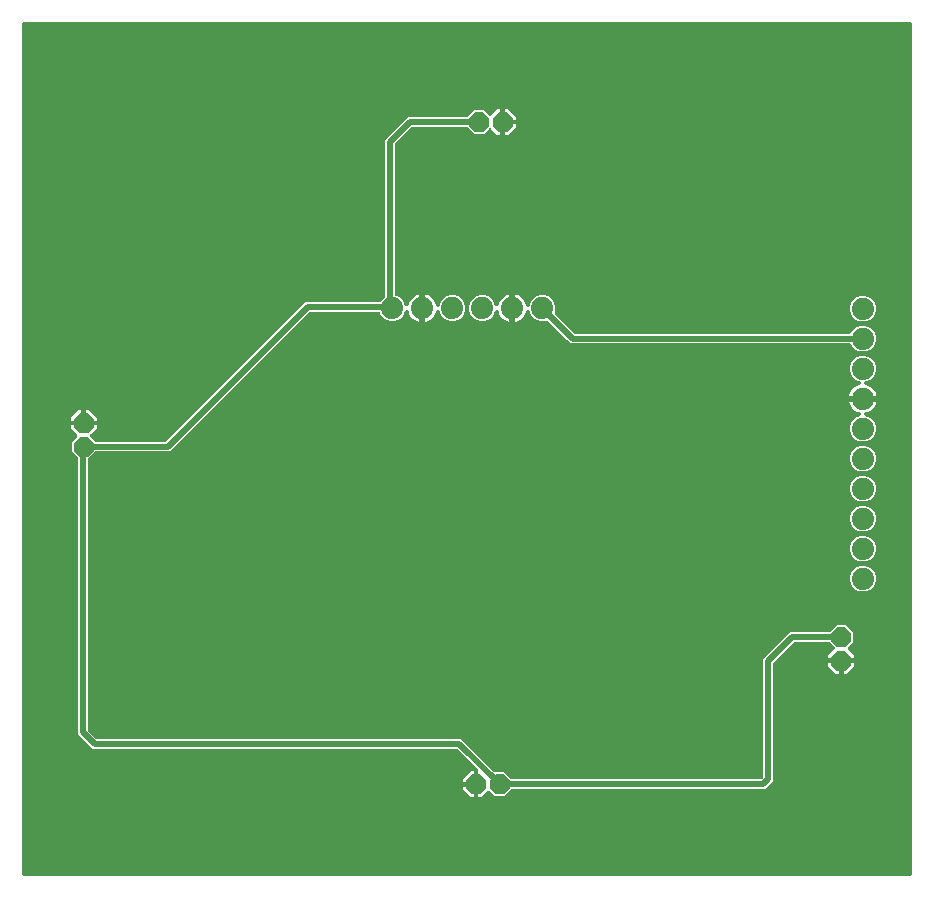
<source format=gbr>
G04 EAGLE Gerber RS-274X export*
G75*
%MOMM*%
%FSLAX34Y34*%
%LPD*%
%INBottom Copper*%
%IPPOS*%
%AMOC8*
5,1,8,0,0,1.08239X$1,22.5*%
G01*
%ADD10C,1.879600*%
%ADD11P,1.814519X8X22.500000*%
%ADD12P,1.814519X8X202.500000*%
%ADD13P,1.814519X8X112.500000*%
%ADD14P,1.814519X8X292.500000*%
%ADD15C,0.508000*%
%ADD16C,0.304800*%

G36*
X860026Y98480D02*
X860026Y98480D01*
X860052Y98478D01*
X860199Y98500D01*
X860346Y98517D01*
X860371Y98525D01*
X860397Y98529D01*
X860535Y98584D01*
X860674Y98634D01*
X860696Y98648D01*
X860721Y98658D01*
X860842Y98743D01*
X860967Y98823D01*
X860985Y98842D01*
X861007Y98857D01*
X861106Y98967D01*
X861209Y99074D01*
X861223Y99096D01*
X861240Y99116D01*
X861312Y99246D01*
X861388Y99373D01*
X861396Y99398D01*
X861409Y99421D01*
X861449Y99564D01*
X861494Y99705D01*
X861496Y99731D01*
X861504Y99756D01*
X861523Y100000D01*
X861523Y820000D01*
X861520Y820026D01*
X861522Y820052D01*
X861500Y820199D01*
X861483Y820346D01*
X861475Y820371D01*
X861471Y820397D01*
X861416Y820535D01*
X861366Y820674D01*
X861352Y820696D01*
X861342Y820721D01*
X861257Y820842D01*
X861177Y820967D01*
X861158Y820985D01*
X861143Y821007D01*
X861033Y821106D01*
X860926Y821209D01*
X860904Y821223D01*
X860884Y821240D01*
X860754Y821312D01*
X860627Y821388D01*
X860602Y821396D01*
X860579Y821409D01*
X860436Y821449D01*
X860295Y821494D01*
X860269Y821496D01*
X860244Y821504D01*
X860000Y821523D01*
X110000Y821523D01*
X109974Y821520D01*
X109948Y821522D01*
X109801Y821500D01*
X109654Y821483D01*
X109629Y821475D01*
X109603Y821471D01*
X109465Y821416D01*
X109326Y821366D01*
X109304Y821352D01*
X109279Y821342D01*
X109158Y821257D01*
X109033Y821177D01*
X109015Y821158D01*
X108993Y821143D01*
X108894Y821033D01*
X108791Y820926D01*
X108777Y820904D01*
X108760Y820884D01*
X108688Y820754D01*
X108612Y820627D01*
X108604Y820602D01*
X108591Y820579D01*
X108551Y820436D01*
X108506Y820295D01*
X108504Y820269D01*
X108496Y820244D01*
X108477Y820000D01*
X108477Y100000D01*
X108480Y99974D01*
X108478Y99948D01*
X108500Y99801D01*
X108517Y99654D01*
X108525Y99629D01*
X108529Y99603D01*
X108584Y99465D01*
X108634Y99326D01*
X108648Y99304D01*
X108658Y99279D01*
X108743Y99158D01*
X108823Y99033D01*
X108842Y99015D01*
X108857Y98993D01*
X108967Y98894D01*
X109074Y98791D01*
X109096Y98777D01*
X109116Y98760D01*
X109246Y98688D01*
X109373Y98612D01*
X109398Y98604D01*
X109421Y98591D01*
X109564Y98551D01*
X109705Y98506D01*
X109731Y98504D01*
X109756Y98496D01*
X110000Y98477D01*
X860000Y98477D01*
X860026Y98480D01*
G37*
%LPC*%
G36*
X494631Y164977D02*
X494631Y164977D01*
X494631Y175392D01*
X494628Y175418D01*
X494630Y175444D01*
X494608Y175591D01*
X494591Y175738D01*
X494583Y175763D01*
X494579Y175789D01*
X494536Y175896D01*
X494557Y175972D01*
X494602Y176113D01*
X494604Y176139D01*
X494612Y176164D01*
X494631Y176408D01*
X494631Y187489D01*
X494617Y187615D01*
X494610Y187741D01*
X494597Y187788D01*
X494591Y187836D01*
X494549Y187955D01*
X494514Y188076D01*
X494490Y188118D01*
X494474Y188164D01*
X494405Y188270D01*
X494344Y188380D01*
X494304Y188426D01*
X494285Y188456D01*
X494250Y188490D01*
X494185Y188566D01*
X477262Y205489D01*
X477163Y205568D01*
X477070Y205652D01*
X477027Y205676D01*
X476989Y205706D01*
X476875Y205760D01*
X476765Y205821D01*
X476718Y205834D01*
X476674Y205855D01*
X476551Y205881D01*
X476429Y205916D01*
X476368Y205921D01*
X476334Y205928D01*
X476286Y205927D01*
X476185Y205935D01*
X168316Y205935D01*
X155935Y218316D01*
X155935Y451724D01*
X155921Y451849D01*
X155914Y451975D01*
X155901Y452022D01*
X155895Y452070D01*
X155853Y452189D01*
X155818Y452310D01*
X155794Y452352D01*
X155778Y452398D01*
X155709Y452504D01*
X155648Y452614D01*
X155608Y452661D01*
X155589Y452691D01*
X155554Y452724D01*
X155489Y452801D01*
X150593Y457696D01*
X150593Y465904D01*
X154694Y470004D01*
X154711Y470025D01*
X154731Y470042D01*
X154819Y470162D01*
X154911Y470277D01*
X154922Y470301D01*
X154938Y470322D01*
X154996Y470459D01*
X155060Y470593D01*
X155065Y470618D01*
X155076Y470642D01*
X155102Y470788D01*
X155133Y470933D01*
X155133Y470959D01*
X155137Y470985D01*
X155130Y471134D01*
X155127Y471282D01*
X155121Y471307D01*
X155119Y471333D01*
X155078Y471476D01*
X155042Y471620D01*
X155030Y471643D01*
X155023Y471668D01*
X154950Y471798D01*
X154883Y471930D01*
X154866Y471950D01*
X154853Y471972D01*
X154694Y472159D01*
X149577Y477276D01*
X149577Y479769D01*
X159992Y479769D01*
X160018Y479772D01*
X160044Y479770D01*
X160191Y479792D01*
X160338Y479809D01*
X160363Y479817D01*
X160389Y479821D01*
X160496Y479864D01*
X160572Y479843D01*
X160713Y479798D01*
X160739Y479795D01*
X160764Y479788D01*
X161008Y479769D01*
X171423Y479769D01*
X171423Y477276D01*
X166306Y472159D01*
X166289Y472138D01*
X166269Y472121D01*
X166181Y472002D01*
X166089Y471886D01*
X166078Y471862D01*
X166062Y471841D01*
X166004Y471705D01*
X165940Y471571D01*
X165935Y471545D01*
X165924Y471521D01*
X165898Y471375D01*
X165867Y471230D01*
X165867Y471204D01*
X165863Y471178D01*
X165870Y471029D01*
X165873Y470881D01*
X165879Y470856D01*
X165881Y470830D01*
X165922Y470687D01*
X165958Y470543D01*
X165970Y470520D01*
X165977Y470495D01*
X166050Y470365D01*
X166117Y470234D01*
X166134Y470214D01*
X166147Y470191D01*
X166306Y470004D01*
X169999Y466311D01*
X170098Y466232D01*
X170192Y466148D01*
X170235Y466124D01*
X170272Y466094D01*
X170387Y466040D01*
X170497Y465979D01*
X170544Y465966D01*
X170587Y465945D01*
X170711Y465919D01*
X170833Y465884D01*
X170893Y465879D01*
X170928Y465872D01*
X170976Y465873D01*
X171076Y465865D01*
X229485Y465865D01*
X229611Y465879D01*
X229737Y465886D01*
X229784Y465899D01*
X229832Y465905D01*
X229951Y465947D01*
X230072Y465982D01*
X230114Y466006D01*
X230160Y466022D01*
X230266Y466091D01*
X230376Y466152D01*
X230422Y466192D01*
X230452Y466211D01*
X230486Y466246D01*
X230562Y466311D01*
X348316Y584065D01*
X411140Y584065D01*
X411216Y584073D01*
X411293Y584072D01*
X411389Y584093D01*
X411486Y584105D01*
X411558Y584130D01*
X411633Y584147D01*
X411722Y584189D01*
X411815Y584222D01*
X411879Y584264D01*
X411948Y584296D01*
X412025Y584358D01*
X412107Y584411D01*
X412160Y584466D01*
X412220Y584514D01*
X412281Y584591D01*
X412350Y584662D01*
X412389Y584727D01*
X412436Y584787D01*
X412504Y584921D01*
X412528Y584961D01*
X412534Y584979D01*
X412537Y584984D01*
X415489Y587936D01*
X415559Y588025D01*
X415571Y588037D01*
X415575Y588043D01*
X415652Y588129D01*
X415676Y588171D01*
X415706Y588209D01*
X415760Y588323D01*
X415821Y588434D01*
X415834Y588481D01*
X415855Y588524D01*
X415881Y588648D01*
X415916Y588770D01*
X415921Y588830D01*
X415928Y588865D01*
X415927Y588913D01*
X415935Y589013D01*
X415935Y721684D01*
X434916Y740665D01*
X484724Y740665D01*
X484849Y740679D01*
X484975Y740686D01*
X485022Y740699D01*
X485070Y740705D01*
X485189Y740747D01*
X485310Y740782D01*
X485352Y740806D01*
X485398Y740822D01*
X485504Y740891D01*
X485614Y740952D01*
X485661Y740992D01*
X485691Y741011D01*
X485724Y741046D01*
X485801Y741111D01*
X491196Y746507D01*
X499404Y746507D01*
X503504Y742406D01*
X503525Y742389D01*
X503542Y742369D01*
X503662Y742281D01*
X503777Y742189D01*
X503801Y742178D01*
X503822Y742162D01*
X503959Y742104D01*
X504093Y742040D01*
X504118Y742035D01*
X504142Y742024D01*
X504288Y741998D01*
X504433Y741967D01*
X504459Y741967D01*
X504485Y741963D01*
X504634Y741970D01*
X504782Y741973D01*
X504807Y741979D01*
X504833Y741981D01*
X504976Y742022D01*
X505120Y742058D01*
X505143Y742070D01*
X505168Y742077D01*
X505298Y742150D01*
X505430Y742217D01*
X505450Y742234D01*
X505472Y742247D01*
X505659Y742406D01*
X510776Y747523D01*
X513269Y747523D01*
X513269Y737108D01*
X513272Y737082D01*
X513270Y737056D01*
X513292Y736909D01*
X513309Y736762D01*
X513317Y736737D01*
X513321Y736711D01*
X513364Y736604D01*
X513343Y736528D01*
X513298Y736387D01*
X513295Y736361D01*
X513288Y736336D01*
X513269Y736092D01*
X513269Y725677D01*
X510776Y725677D01*
X505659Y730794D01*
X505638Y730811D01*
X505621Y730831D01*
X505502Y730919D01*
X505386Y731011D01*
X505362Y731022D01*
X505341Y731038D01*
X505205Y731096D01*
X505071Y731160D01*
X505045Y731165D01*
X505021Y731176D01*
X504875Y731202D01*
X504730Y731233D01*
X504704Y731233D01*
X504678Y731237D01*
X504529Y731230D01*
X504381Y731227D01*
X504356Y731221D01*
X504330Y731219D01*
X504187Y731178D01*
X504043Y731142D01*
X504020Y731130D01*
X503995Y731123D01*
X503865Y731050D01*
X503734Y730983D01*
X503714Y730966D01*
X503691Y730953D01*
X503504Y730794D01*
X499404Y726693D01*
X491196Y726693D01*
X485801Y732089D01*
X485702Y732168D01*
X485608Y732252D01*
X485565Y732276D01*
X485528Y732306D01*
X485413Y732360D01*
X485303Y732421D01*
X485256Y732434D01*
X485213Y732455D01*
X485089Y732481D01*
X484967Y732516D01*
X484907Y732521D01*
X484872Y732528D01*
X484824Y732527D01*
X484724Y732535D01*
X438915Y732535D01*
X438789Y732521D01*
X438663Y732514D01*
X438616Y732501D01*
X438568Y732495D01*
X438449Y732453D01*
X438328Y732418D01*
X438286Y732394D01*
X438240Y732378D01*
X438134Y732309D01*
X438024Y732248D01*
X437978Y732208D01*
X437948Y732189D01*
X437914Y732154D01*
X437838Y732089D01*
X424511Y718762D01*
X424432Y718663D01*
X424348Y718570D01*
X424324Y718527D01*
X424294Y718489D01*
X424240Y718375D01*
X424179Y718265D01*
X424166Y718218D01*
X424145Y718174D01*
X424119Y718051D01*
X424084Y717929D01*
X424079Y717868D01*
X424072Y717834D01*
X424073Y717786D01*
X424065Y717685D01*
X424065Y590702D01*
X424073Y590627D01*
X424072Y590550D01*
X424093Y590454D01*
X424105Y590356D01*
X424130Y590284D01*
X424147Y590210D01*
X424189Y590121D01*
X424222Y590028D01*
X424264Y589964D01*
X424296Y589895D01*
X424358Y589818D01*
X424411Y589735D01*
X424466Y589682D01*
X424514Y589622D01*
X424591Y589562D01*
X424662Y589493D01*
X424727Y589454D01*
X424787Y589407D01*
X424920Y589338D01*
X424961Y589314D01*
X424979Y589308D01*
X425005Y589295D01*
X427987Y588060D01*
X431060Y584987D01*
X432633Y581188D01*
X432685Y581096D01*
X432727Y581000D01*
X432769Y580944D01*
X432803Y580884D01*
X432874Y580806D01*
X432937Y580722D01*
X432990Y580677D01*
X433037Y580625D01*
X433124Y580565D01*
X433204Y580498D01*
X433266Y580467D01*
X433324Y580427D01*
X433422Y580389D01*
X433515Y580341D01*
X433583Y580325D01*
X433648Y580299D01*
X433752Y580284D01*
X433854Y580259D01*
X433924Y580259D01*
X433993Y580249D01*
X434098Y580257D01*
X434203Y580256D01*
X434271Y580272D01*
X434340Y580277D01*
X434440Y580310D01*
X434543Y580333D01*
X434605Y580363D01*
X434672Y580385D01*
X434762Y580439D01*
X434856Y580485D01*
X434911Y580528D01*
X434970Y580564D01*
X435046Y580638D01*
X435127Y580704D01*
X435170Y580758D01*
X435220Y580807D01*
X435277Y580896D01*
X435342Y580979D01*
X435371Y581042D01*
X435408Y581100D01*
X435444Y581199D01*
X435488Y581295D01*
X435510Y581385D01*
X435525Y581429D01*
X435529Y581467D01*
X435545Y581533D01*
X435555Y581596D01*
X436136Y583383D01*
X436989Y585057D01*
X438094Y586578D01*
X439422Y587906D01*
X440943Y589011D01*
X442617Y589864D01*
X444404Y590445D01*
X444661Y590485D01*
X444661Y579816D01*
X444663Y579793D01*
X444662Y579772D01*
X444662Y579769D01*
X444662Y579764D01*
X444684Y579617D01*
X444701Y579470D01*
X444709Y579445D01*
X444713Y579419D01*
X444768Y579282D01*
X444818Y579142D01*
X444832Y579120D01*
X444842Y579095D01*
X444927Y578974D01*
X445007Y578849D01*
X445026Y578831D01*
X445041Y578809D01*
X445057Y578795D01*
X444975Y578710D01*
X444961Y578687D01*
X444944Y578668D01*
X444872Y578538D01*
X444796Y578411D01*
X444788Y578386D01*
X444775Y578363D01*
X444735Y578220D01*
X444690Y578079D01*
X444687Y578053D01*
X444680Y578028D01*
X444661Y577784D01*
X444661Y567115D01*
X444404Y567155D01*
X442617Y567736D01*
X440943Y568589D01*
X439422Y569694D01*
X438094Y571022D01*
X436989Y572543D01*
X436136Y574217D01*
X435555Y576004D01*
X435545Y576067D01*
X435517Y576169D01*
X435498Y576272D01*
X435470Y576336D01*
X435452Y576403D01*
X435401Y576495D01*
X435359Y576592D01*
X435318Y576648D01*
X435284Y576709D01*
X435214Y576787D01*
X435151Y576871D01*
X435098Y576916D01*
X435052Y576968D01*
X434966Y577029D01*
X434885Y577097D01*
X434823Y577128D01*
X434766Y577168D01*
X434669Y577208D01*
X434575Y577255D01*
X434508Y577272D01*
X434443Y577298D01*
X434339Y577314D01*
X434237Y577339D01*
X434167Y577340D01*
X434098Y577351D01*
X433994Y577343D01*
X433888Y577345D01*
X433820Y577330D01*
X433751Y577324D01*
X433651Y577293D01*
X433548Y577270D01*
X433485Y577240D01*
X433419Y577219D01*
X433328Y577166D01*
X433233Y577120D01*
X433179Y577077D01*
X433119Y577042D01*
X433043Y576969D01*
X432961Y576903D01*
X432918Y576849D01*
X432867Y576800D01*
X432810Y576712D01*
X432745Y576630D01*
X432703Y576547D01*
X432677Y576508D01*
X432664Y576472D01*
X432633Y576412D01*
X431060Y572613D01*
X427987Y569540D01*
X423973Y567877D01*
X419627Y567877D01*
X415613Y569540D01*
X412540Y572613D01*
X411553Y574995D01*
X411516Y575062D01*
X411488Y575133D01*
X411432Y575214D01*
X411384Y575300D01*
X411333Y575356D01*
X411289Y575419D01*
X411216Y575485D01*
X411150Y575558D01*
X411087Y575601D01*
X411030Y575652D01*
X410944Y575700D01*
X410863Y575756D01*
X410792Y575784D01*
X410725Y575821D01*
X410631Y575848D01*
X410539Y575884D01*
X410464Y575895D01*
X410390Y575916D01*
X410241Y575928D01*
X410194Y575935D01*
X410175Y575933D01*
X410146Y575935D01*
X352315Y575935D01*
X352189Y575921D01*
X352063Y575914D01*
X352016Y575901D01*
X351968Y575895D01*
X351849Y575853D01*
X351728Y575818D01*
X351686Y575794D01*
X351640Y575778D01*
X351534Y575709D01*
X351424Y575648D01*
X351378Y575608D01*
X351348Y575589D01*
X351314Y575554D01*
X351238Y575489D01*
X233484Y457735D01*
X171076Y457735D01*
X170951Y457721D01*
X170825Y457714D01*
X170778Y457701D01*
X170730Y457695D01*
X170611Y457653D01*
X170490Y457618D01*
X170448Y457594D01*
X170402Y457578D01*
X170296Y457509D01*
X170186Y457448D01*
X170139Y457408D01*
X170109Y457389D01*
X170076Y457354D01*
X169999Y457289D01*
X164511Y451801D01*
X164432Y451702D01*
X164348Y451608D01*
X164324Y451565D01*
X164294Y451528D01*
X164240Y451413D01*
X164179Y451303D01*
X164166Y451256D01*
X164145Y451213D01*
X164119Y451089D01*
X164084Y450967D01*
X164079Y450907D01*
X164072Y450872D01*
X164073Y450824D01*
X164065Y450724D01*
X164065Y222315D01*
X164079Y222189D01*
X164086Y222063D01*
X164099Y222016D01*
X164105Y221968D01*
X164147Y221849D01*
X164182Y221728D01*
X164206Y221686D01*
X164222Y221640D01*
X164291Y221534D01*
X164352Y221424D01*
X164392Y221378D01*
X164411Y221348D01*
X164446Y221314D01*
X164511Y221238D01*
X171238Y214511D01*
X171337Y214432D01*
X171430Y214348D01*
X171473Y214324D01*
X171511Y214294D01*
X171625Y214240D01*
X171735Y214179D01*
X171782Y214166D01*
X171826Y214145D01*
X171949Y214119D01*
X172071Y214084D01*
X172132Y214079D01*
X172166Y214072D01*
X172214Y214073D01*
X172315Y214065D01*
X480184Y214065D01*
X507996Y186253D01*
X508095Y186174D01*
X508188Y186090D01*
X508231Y186066D01*
X508269Y186036D01*
X508383Y185982D01*
X508493Y185921D01*
X508540Y185908D01*
X508584Y185887D01*
X508707Y185861D01*
X508829Y185826D01*
X508890Y185821D01*
X508924Y185814D01*
X508972Y185815D01*
X509073Y185807D01*
X516704Y185807D01*
X522099Y180411D01*
X522198Y180332D01*
X522292Y180248D01*
X522335Y180224D01*
X522372Y180194D01*
X522487Y180140D01*
X522597Y180079D01*
X522644Y180066D01*
X522687Y180045D01*
X522811Y180019D01*
X522933Y179984D01*
X522993Y179979D01*
X523028Y179972D01*
X523076Y179973D01*
X523176Y179965D01*
X733585Y179965D01*
X733711Y179979D01*
X733837Y179986D01*
X733884Y179999D01*
X733932Y180005D01*
X734051Y180047D01*
X734172Y180082D01*
X734214Y180106D01*
X734260Y180122D01*
X734366Y180191D01*
X734476Y180252D01*
X734522Y180292D01*
X734552Y180311D01*
X734586Y180346D01*
X734662Y180411D01*
X735489Y181238D01*
X735561Y181328D01*
X735562Y181329D01*
X735563Y181331D01*
X735568Y181337D01*
X735652Y181430D01*
X735676Y181473D01*
X735706Y181511D01*
X735760Y181625D01*
X735821Y181735D01*
X735834Y181782D01*
X735855Y181826D01*
X735881Y181949D01*
X735916Y182071D01*
X735921Y182132D01*
X735928Y182166D01*
X735927Y182214D01*
X735935Y182315D01*
X735935Y281684D01*
X758716Y304465D01*
X791424Y304465D01*
X791549Y304479D01*
X791675Y304486D01*
X791722Y304499D01*
X791770Y304505D01*
X791889Y304547D01*
X792010Y304582D01*
X792052Y304606D01*
X792098Y304622D01*
X792204Y304691D01*
X792314Y304752D01*
X792361Y304792D01*
X792391Y304811D01*
X792424Y304846D01*
X792501Y304911D01*
X797896Y310307D01*
X806104Y310307D01*
X811907Y304504D01*
X811907Y296296D01*
X807806Y292196D01*
X807789Y292175D01*
X807769Y292158D01*
X807681Y292038D01*
X807589Y291923D01*
X807578Y291899D01*
X807562Y291878D01*
X807504Y291741D01*
X807440Y291607D01*
X807435Y291582D01*
X807424Y291558D01*
X807398Y291412D01*
X807367Y291267D01*
X807367Y291241D01*
X807363Y291215D01*
X807370Y291066D01*
X807373Y290918D01*
X807379Y290893D01*
X807381Y290867D01*
X807422Y290724D01*
X807458Y290580D01*
X807470Y290557D01*
X807477Y290532D01*
X807550Y290402D01*
X807617Y290270D01*
X807634Y290250D01*
X807647Y290228D01*
X807806Y290041D01*
X812923Y284924D01*
X812923Y282431D01*
X802508Y282431D01*
X802482Y282428D01*
X802456Y282430D01*
X802309Y282408D01*
X802162Y282391D01*
X802137Y282383D01*
X802111Y282379D01*
X802004Y282336D01*
X801928Y282357D01*
X801787Y282402D01*
X801761Y282404D01*
X801736Y282412D01*
X801492Y282431D01*
X791077Y282431D01*
X791077Y284924D01*
X796194Y290041D01*
X796211Y290062D01*
X796231Y290079D01*
X796319Y290198D01*
X796411Y290314D01*
X796422Y290338D01*
X796438Y290359D01*
X796496Y290495D01*
X796560Y290629D01*
X796565Y290655D01*
X796576Y290679D01*
X796602Y290825D01*
X796633Y290970D01*
X796633Y290996D01*
X796637Y291022D01*
X796630Y291171D01*
X796627Y291319D01*
X796621Y291344D01*
X796619Y291370D01*
X796578Y291513D01*
X796542Y291657D01*
X796530Y291680D01*
X796523Y291705D01*
X796450Y291835D01*
X796383Y291966D01*
X796366Y291986D01*
X796353Y292009D01*
X796194Y292196D01*
X792501Y295889D01*
X792402Y295968D01*
X792308Y296052D01*
X792265Y296076D01*
X792228Y296106D01*
X792113Y296160D01*
X792003Y296221D01*
X791956Y296234D01*
X791913Y296255D01*
X791789Y296281D01*
X791667Y296316D01*
X791607Y296321D01*
X791572Y296328D01*
X791524Y296327D01*
X791424Y296335D01*
X762715Y296335D01*
X762589Y296321D01*
X762463Y296314D01*
X762416Y296301D01*
X762368Y296295D01*
X762249Y296253D01*
X762128Y296218D01*
X762086Y296194D01*
X762040Y296178D01*
X761934Y296109D01*
X761824Y296048D01*
X761778Y296008D01*
X761748Y295989D01*
X761714Y295954D01*
X761638Y295889D01*
X744511Y278762D01*
X744432Y278663D01*
X744348Y278570D01*
X744324Y278527D01*
X744294Y278489D01*
X744240Y278375D01*
X744179Y278265D01*
X744166Y278218D01*
X744145Y278174D01*
X744119Y278051D01*
X744084Y277929D01*
X744079Y277868D01*
X744072Y277834D01*
X744073Y277786D01*
X744065Y277685D01*
X744065Y178316D01*
X737584Y171835D01*
X523176Y171835D01*
X523051Y171821D01*
X522925Y171814D01*
X522878Y171801D01*
X522830Y171795D01*
X522711Y171753D01*
X522590Y171718D01*
X522548Y171694D01*
X522502Y171678D01*
X522396Y171609D01*
X522286Y171548D01*
X522239Y171508D01*
X522209Y171489D01*
X522176Y171454D01*
X522099Y171389D01*
X516704Y165993D01*
X508496Y165993D01*
X504396Y170094D01*
X504375Y170111D01*
X504358Y170131D01*
X504238Y170219D01*
X504123Y170311D01*
X504099Y170322D01*
X504078Y170338D01*
X503941Y170396D01*
X503807Y170460D01*
X503782Y170465D01*
X503758Y170476D01*
X503612Y170502D01*
X503467Y170533D01*
X503441Y170533D01*
X503415Y170537D01*
X503266Y170530D01*
X503118Y170527D01*
X503093Y170521D01*
X503067Y170519D01*
X502924Y170478D01*
X502780Y170442D01*
X502757Y170430D01*
X502732Y170423D01*
X502602Y170350D01*
X502470Y170283D01*
X502450Y170266D01*
X502428Y170253D01*
X502241Y170094D01*
X497124Y164977D01*
X494631Y164977D01*
G37*
%LPD*%
%LPC*%
G36*
X817827Y542277D02*
X817827Y542277D01*
X813813Y543940D01*
X810740Y547013D01*
X810251Y548195D01*
X810213Y548262D01*
X810185Y548333D01*
X810129Y548413D01*
X810081Y548500D01*
X810030Y548556D01*
X809986Y548619D01*
X809913Y548685D01*
X809847Y548758D01*
X809784Y548801D01*
X809727Y548852D01*
X809641Y548900D01*
X809560Y548956D01*
X809489Y548984D01*
X809422Y549021D01*
X809328Y549048D01*
X809236Y549084D01*
X809161Y549095D01*
X809087Y549116D01*
X808938Y549128D01*
X808891Y549135D01*
X808872Y549133D01*
X808843Y549135D01*
X572716Y549135D01*
X569889Y551962D01*
X553815Y568037D01*
X553755Y568084D01*
X553702Y568139D01*
X553619Y568192D01*
X553542Y568253D01*
X553473Y568286D01*
X553408Y568327D01*
X553316Y568360D01*
X553227Y568402D01*
X553152Y568418D01*
X553080Y568444D01*
X552982Y568455D01*
X552886Y568476D01*
X552810Y568474D01*
X552734Y568483D01*
X552636Y568471D01*
X552538Y568470D01*
X552463Y568451D01*
X552388Y568442D01*
X552245Y568396D01*
X552200Y568385D01*
X552183Y568376D01*
X552155Y568367D01*
X550973Y567877D01*
X546627Y567877D01*
X542613Y569540D01*
X539540Y572613D01*
X537967Y576412D01*
X537915Y576504D01*
X537873Y576600D01*
X537831Y576656D01*
X537797Y576717D01*
X537726Y576794D01*
X537663Y576879D01*
X537610Y576923D01*
X537563Y576975D01*
X537476Y577035D01*
X537396Y577102D01*
X537334Y577133D01*
X537276Y577173D01*
X537178Y577211D01*
X537084Y577259D01*
X537017Y577275D01*
X536952Y577301D01*
X536848Y577316D01*
X536746Y577341D01*
X536676Y577341D01*
X536607Y577351D01*
X536502Y577343D01*
X536397Y577344D01*
X536329Y577328D01*
X536260Y577323D01*
X536160Y577290D01*
X536057Y577267D01*
X535994Y577237D01*
X535928Y577215D01*
X535838Y577161D01*
X535743Y577115D01*
X535689Y577072D01*
X535630Y577036D01*
X535554Y576962D01*
X535472Y576896D01*
X535430Y576841D01*
X535380Y576793D01*
X535323Y576704D01*
X535258Y576621D01*
X535229Y576558D01*
X535192Y576500D01*
X535156Y576400D01*
X535112Y576305D01*
X535091Y576215D01*
X535075Y576171D01*
X535071Y576133D01*
X535055Y576067D01*
X535045Y576004D01*
X534464Y574217D01*
X533611Y572543D01*
X532506Y571022D01*
X531178Y569694D01*
X529657Y568589D01*
X527983Y567736D01*
X526196Y567155D01*
X525939Y567115D01*
X525939Y577784D01*
X525936Y577810D01*
X525938Y577836D01*
X525916Y577983D01*
X525899Y578130D01*
X525891Y578155D01*
X525887Y578181D01*
X525832Y578318D01*
X525782Y578458D01*
X525768Y578480D01*
X525758Y578505D01*
X525673Y578626D01*
X525593Y578751D01*
X525574Y578769D01*
X525559Y578791D01*
X525543Y578805D01*
X525625Y578890D01*
X525639Y578913D01*
X525656Y578932D01*
X525728Y579062D01*
X525804Y579189D01*
X525812Y579214D01*
X525825Y579237D01*
X525865Y579380D01*
X525910Y579521D01*
X525912Y579547D01*
X525920Y579572D01*
X525939Y579816D01*
X525939Y590485D01*
X526196Y590445D01*
X527983Y589864D01*
X529657Y589011D01*
X531178Y587906D01*
X532506Y586578D01*
X533611Y585057D01*
X534464Y583383D01*
X535045Y581596D01*
X535055Y581533D01*
X535083Y581432D01*
X535102Y581328D01*
X535130Y581264D01*
X535148Y581197D01*
X535199Y581105D01*
X535241Y581008D01*
X535282Y580952D01*
X535315Y580892D01*
X535386Y580813D01*
X535449Y580728D01*
X535502Y580684D01*
X535548Y580632D01*
X535634Y580571D01*
X535715Y580503D01*
X535776Y580472D01*
X535833Y580432D01*
X535931Y580393D01*
X536025Y580345D01*
X536092Y580328D01*
X536157Y580302D01*
X536261Y580286D01*
X536363Y580260D01*
X536432Y580259D01*
X536501Y580249D01*
X536606Y580257D01*
X536712Y580255D01*
X536779Y580270D01*
X536849Y580276D01*
X536949Y580307D01*
X537052Y580330D01*
X537115Y580360D01*
X537181Y580380D01*
X537272Y580434D01*
X537367Y580479D01*
X537421Y580523D01*
X537481Y580558D01*
X537557Y580631D01*
X537639Y580697D01*
X537682Y580751D01*
X537732Y580799D01*
X537790Y580888D01*
X537855Y580970D01*
X537897Y581053D01*
X537922Y581091D01*
X537936Y581128D01*
X537967Y581188D01*
X539540Y584987D01*
X542613Y588060D01*
X546627Y589723D01*
X550973Y589723D01*
X554987Y588060D01*
X558060Y584987D01*
X559723Y580973D01*
X559723Y576627D01*
X559233Y575445D01*
X559212Y575371D01*
X559182Y575301D01*
X559164Y575205D01*
X559137Y575110D01*
X559134Y575034D01*
X559120Y574958D01*
X559125Y574860D01*
X559120Y574762D01*
X559134Y574687D01*
X559138Y574610D01*
X559165Y574516D01*
X559183Y574419D01*
X559213Y574349D01*
X559235Y574276D01*
X559283Y574190D01*
X559322Y574099D01*
X559367Y574038D01*
X559405Y573971D01*
X559502Y573858D01*
X559530Y573820D01*
X559544Y573807D01*
X559563Y573785D01*
X575638Y557711D01*
X575737Y557632D01*
X575830Y557548D01*
X575873Y557524D01*
X575911Y557494D01*
X576025Y557440D01*
X576135Y557379D01*
X576182Y557366D01*
X576226Y557345D01*
X576349Y557319D01*
X576471Y557284D01*
X576532Y557279D01*
X576566Y557272D01*
X576614Y557273D01*
X576715Y557265D01*
X808843Y557265D01*
X808919Y557273D01*
X808996Y557272D01*
X809092Y557293D01*
X809189Y557305D01*
X809261Y557330D01*
X809336Y557347D01*
X809425Y557389D01*
X809518Y557422D01*
X809582Y557464D01*
X809651Y557496D01*
X809728Y557558D01*
X809810Y557611D01*
X809863Y557666D01*
X809923Y557714D01*
X809984Y557791D01*
X810053Y557862D01*
X810092Y557927D01*
X810139Y557987D01*
X810207Y558120D01*
X810231Y558161D01*
X810237Y558179D01*
X810251Y558205D01*
X810740Y559387D01*
X813813Y562460D01*
X817827Y564123D01*
X822173Y564123D01*
X826187Y562460D01*
X829260Y559387D01*
X830923Y555373D01*
X830923Y551027D01*
X829260Y547013D01*
X826187Y543940D01*
X822173Y542277D01*
X817827Y542277D01*
G37*
%LPD*%
%LPC*%
G36*
X449739Y577784D02*
X449739Y577784D01*
X449736Y577810D01*
X449738Y577836D01*
X449716Y577983D01*
X449699Y578130D01*
X449691Y578155D01*
X449687Y578181D01*
X449632Y578318D01*
X449582Y578458D01*
X449568Y578480D01*
X449558Y578505D01*
X449473Y578626D01*
X449393Y578751D01*
X449374Y578769D01*
X449359Y578791D01*
X449343Y578805D01*
X449425Y578890D01*
X449439Y578913D01*
X449456Y578932D01*
X449528Y579062D01*
X449604Y579189D01*
X449612Y579214D01*
X449625Y579237D01*
X449665Y579380D01*
X449710Y579521D01*
X449712Y579547D01*
X449720Y579572D01*
X449739Y579816D01*
X449739Y590485D01*
X449996Y590445D01*
X451783Y589864D01*
X453457Y589011D01*
X454978Y587906D01*
X456306Y586578D01*
X457411Y585057D01*
X458264Y583383D01*
X458845Y581596D01*
X458855Y581533D01*
X458883Y581431D01*
X458902Y581328D01*
X458930Y581264D01*
X458948Y581197D01*
X458999Y581105D01*
X459041Y581008D01*
X459082Y580952D01*
X459116Y580891D01*
X459186Y580813D01*
X459249Y580729D01*
X459302Y580684D01*
X459348Y580632D01*
X459434Y580571D01*
X459515Y580503D01*
X459577Y580472D01*
X459634Y580432D01*
X459731Y580393D01*
X459825Y580345D01*
X459892Y580328D01*
X459957Y580302D01*
X460061Y580286D01*
X460163Y580260D01*
X460233Y580259D01*
X460301Y580249D01*
X460406Y580257D01*
X460512Y580255D01*
X460580Y580270D01*
X460649Y580276D01*
X460749Y580307D01*
X460852Y580330D01*
X460915Y580360D01*
X460981Y580381D01*
X461072Y580434D01*
X461167Y580479D01*
X461221Y580523D01*
X461281Y580558D01*
X461357Y580631D01*
X461439Y580697D01*
X461482Y580751D01*
X461533Y580800D01*
X461590Y580888D01*
X461655Y580970D01*
X461697Y581053D01*
X461723Y581092D01*
X461736Y581128D01*
X461767Y581188D01*
X463340Y584987D01*
X466413Y588060D01*
X470427Y589723D01*
X474773Y589723D01*
X478787Y588060D01*
X481860Y584987D01*
X483523Y580973D01*
X483523Y576627D01*
X481860Y572613D01*
X478787Y569540D01*
X474773Y567877D01*
X470427Y567877D01*
X466413Y569540D01*
X463340Y572613D01*
X461767Y576412D01*
X461715Y576504D01*
X461673Y576600D01*
X461631Y576656D01*
X461597Y576716D01*
X461526Y576794D01*
X461463Y576878D01*
X461410Y576923D01*
X461363Y576975D01*
X461276Y577035D01*
X461196Y577102D01*
X461134Y577133D01*
X461076Y577173D01*
X460978Y577211D01*
X460885Y577259D01*
X460817Y577275D01*
X460752Y577301D01*
X460648Y577316D01*
X460546Y577341D01*
X460476Y577341D01*
X460407Y577351D01*
X460302Y577343D01*
X460197Y577344D01*
X460129Y577328D01*
X460060Y577323D01*
X459960Y577290D01*
X459857Y577267D01*
X459795Y577237D01*
X459728Y577215D01*
X459638Y577161D01*
X459544Y577115D01*
X459489Y577072D01*
X459430Y577036D01*
X459354Y576962D01*
X459273Y576896D01*
X459230Y576842D01*
X459180Y576793D01*
X459123Y576704D01*
X459058Y576621D01*
X459029Y576558D01*
X458992Y576500D01*
X458956Y576401D01*
X458912Y576305D01*
X458890Y576215D01*
X458875Y576171D01*
X458871Y576133D01*
X458855Y576067D01*
X458845Y576004D01*
X458264Y574217D01*
X457411Y572543D01*
X456306Y571022D01*
X454978Y569694D01*
X453457Y568589D01*
X451783Y567736D01*
X449996Y567155D01*
X449739Y567115D01*
X449739Y577784D01*
G37*
%LPD*%
%LPC*%
G36*
X819910Y504625D02*
X819910Y504625D01*
X819887Y504639D01*
X819868Y504656D01*
X819738Y504728D01*
X819611Y504804D01*
X819586Y504812D01*
X819563Y504825D01*
X819420Y504865D01*
X819279Y504910D01*
X819253Y504912D01*
X819228Y504920D01*
X818984Y504939D01*
X808315Y504939D01*
X808355Y505196D01*
X808936Y506983D01*
X809789Y508657D01*
X810894Y510178D01*
X812222Y511506D01*
X813743Y512611D01*
X815417Y513464D01*
X817204Y514045D01*
X817267Y514055D01*
X817368Y514083D01*
X817472Y514102D01*
X817536Y514130D01*
X817603Y514148D01*
X817695Y514199D01*
X817792Y514241D01*
X817848Y514282D01*
X817908Y514315D01*
X817987Y514386D01*
X818072Y514449D01*
X818116Y514502D01*
X818168Y514548D01*
X818229Y514634D01*
X818297Y514715D01*
X818328Y514776D01*
X818368Y514833D01*
X818407Y514931D01*
X818455Y515025D01*
X818472Y515092D01*
X818498Y515157D01*
X818514Y515261D01*
X818540Y515363D01*
X818541Y515432D01*
X818551Y515501D01*
X818543Y515606D01*
X818545Y515712D01*
X818530Y515779D01*
X818524Y515849D01*
X818493Y515949D01*
X818470Y516052D01*
X818440Y516115D01*
X818420Y516181D01*
X818366Y516272D01*
X818321Y516367D01*
X818277Y516421D01*
X818242Y516481D01*
X818169Y516557D01*
X818103Y516639D01*
X818049Y516682D01*
X818001Y516732D01*
X817912Y516790D01*
X817830Y516855D01*
X817747Y516897D01*
X817709Y516922D01*
X817672Y516936D01*
X817612Y516967D01*
X813813Y518540D01*
X810740Y521613D01*
X809077Y525627D01*
X809077Y529973D01*
X810740Y533987D01*
X813813Y537060D01*
X817827Y538723D01*
X822173Y538723D01*
X826187Y537060D01*
X829260Y533987D01*
X830923Y529973D01*
X830923Y525627D01*
X829260Y521613D01*
X826187Y518540D01*
X822388Y516967D01*
X822296Y516915D01*
X822200Y516873D01*
X822144Y516831D01*
X822083Y516797D01*
X822006Y516726D01*
X821921Y516663D01*
X821877Y516610D01*
X821825Y516563D01*
X821765Y516476D01*
X821698Y516396D01*
X821667Y516334D01*
X821627Y516276D01*
X821589Y516178D01*
X821541Y516084D01*
X821525Y516017D01*
X821499Y515952D01*
X821484Y515848D01*
X821459Y515746D01*
X821459Y515676D01*
X821449Y515607D01*
X821457Y515502D01*
X821456Y515397D01*
X821472Y515329D01*
X821477Y515260D01*
X821510Y515160D01*
X821533Y515057D01*
X821563Y514994D01*
X821585Y514928D01*
X821639Y514838D01*
X821685Y514743D01*
X821728Y514689D01*
X821764Y514630D01*
X821838Y514554D01*
X821904Y514472D01*
X821959Y514430D01*
X822007Y514380D01*
X822096Y514323D01*
X822179Y514258D01*
X822242Y514229D01*
X822300Y514192D01*
X822400Y514156D01*
X822495Y514112D01*
X822585Y514091D01*
X822629Y514075D01*
X822667Y514071D01*
X822733Y514055D01*
X822796Y514045D01*
X824583Y513464D01*
X826257Y512611D01*
X827778Y511506D01*
X829106Y510178D01*
X830211Y508657D01*
X831064Y506983D01*
X831645Y505196D01*
X831685Y504939D01*
X821016Y504939D01*
X820990Y504936D01*
X820964Y504938D01*
X820817Y504916D01*
X820670Y504899D01*
X820645Y504891D01*
X820619Y504887D01*
X820482Y504832D01*
X820342Y504782D01*
X820320Y504768D01*
X820295Y504758D01*
X820174Y504673D01*
X820049Y504593D01*
X820031Y504574D01*
X820009Y504559D01*
X819995Y504543D01*
X819910Y504625D01*
G37*
%LPD*%
%LPC*%
G36*
X817827Y466077D02*
X817827Y466077D01*
X813813Y467740D01*
X810740Y470813D01*
X809077Y474827D01*
X809077Y479173D01*
X810740Y483187D01*
X813813Y486260D01*
X817612Y487833D01*
X817704Y487885D01*
X817800Y487927D01*
X817856Y487969D01*
X817917Y488003D01*
X817994Y488074D01*
X818079Y488137D01*
X818123Y488190D01*
X818175Y488237D01*
X818235Y488324D01*
X818302Y488404D01*
X818333Y488466D01*
X818373Y488524D01*
X818411Y488622D01*
X818459Y488716D01*
X818475Y488783D01*
X818501Y488848D01*
X818516Y488952D01*
X818541Y489054D01*
X818541Y489124D01*
X818551Y489193D01*
X818543Y489298D01*
X818544Y489403D01*
X818528Y489471D01*
X818523Y489540D01*
X818490Y489640D01*
X818467Y489743D01*
X818437Y489806D01*
X818415Y489872D01*
X818361Y489962D01*
X818315Y490057D01*
X818272Y490111D01*
X818236Y490170D01*
X818162Y490246D01*
X818096Y490328D01*
X818041Y490370D01*
X817993Y490420D01*
X817904Y490477D01*
X817821Y490542D01*
X817758Y490571D01*
X817700Y490608D01*
X817600Y490644D01*
X817505Y490688D01*
X817415Y490709D01*
X817371Y490725D01*
X817333Y490729D01*
X817267Y490745D01*
X817204Y490755D01*
X815417Y491336D01*
X813743Y492189D01*
X812222Y493294D01*
X810894Y494622D01*
X809789Y496143D01*
X808936Y497817D01*
X808355Y499604D01*
X808315Y499861D01*
X818984Y499861D01*
X819010Y499864D01*
X819036Y499862D01*
X819183Y499884D01*
X819330Y499901D01*
X819355Y499909D01*
X819381Y499913D01*
X819518Y499968D01*
X819658Y500018D01*
X819680Y500032D01*
X819705Y500042D01*
X819826Y500127D01*
X819951Y500207D01*
X819969Y500226D01*
X819991Y500241D01*
X820005Y500257D01*
X820090Y500175D01*
X820113Y500161D01*
X820132Y500144D01*
X820262Y500072D01*
X820389Y499996D01*
X820414Y499988D01*
X820437Y499975D01*
X820580Y499935D01*
X820721Y499890D01*
X820747Y499887D01*
X820772Y499880D01*
X821016Y499861D01*
X831685Y499861D01*
X831645Y499604D01*
X831064Y497817D01*
X830211Y496143D01*
X829106Y494622D01*
X827778Y493294D01*
X826257Y492189D01*
X824583Y491336D01*
X822796Y490755D01*
X822733Y490745D01*
X822631Y490717D01*
X822528Y490698D01*
X822464Y490670D01*
X822397Y490652D01*
X822305Y490601D01*
X822208Y490559D01*
X822152Y490518D01*
X822091Y490484D01*
X822013Y490414D01*
X821928Y490351D01*
X821884Y490298D01*
X821832Y490252D01*
X821771Y490165D01*
X821703Y490085D01*
X821672Y490023D01*
X821632Y489966D01*
X821593Y489869D01*
X821545Y489775D01*
X821528Y489708D01*
X821502Y489643D01*
X821486Y489539D01*
X821460Y489437D01*
X821459Y489367D01*
X821449Y489299D01*
X821457Y489194D01*
X821455Y489088D01*
X821470Y489020D01*
X821476Y488951D01*
X821507Y488851D01*
X821530Y488748D01*
X821560Y488685D01*
X821581Y488619D01*
X821634Y488528D01*
X821679Y488433D01*
X821723Y488379D01*
X821758Y488319D01*
X821831Y488243D01*
X821897Y488161D01*
X821951Y488118D01*
X822000Y488067D01*
X822088Y488010D01*
X822170Y487945D01*
X822253Y487903D01*
X822292Y487877D01*
X822328Y487864D01*
X822388Y487833D01*
X826187Y486260D01*
X829260Y483187D01*
X830923Y479173D01*
X830923Y474827D01*
X829260Y470813D01*
X826187Y467740D01*
X822173Y466077D01*
X817827Y466077D01*
G37*
%LPD*%
%LPC*%
G36*
X520604Y567155D02*
X520604Y567155D01*
X518817Y567736D01*
X517143Y568589D01*
X515622Y569694D01*
X514294Y571022D01*
X513189Y572543D01*
X512336Y574217D01*
X511755Y576004D01*
X511745Y576067D01*
X511717Y576169D01*
X511698Y576272D01*
X511670Y576336D01*
X511652Y576403D01*
X511601Y576495D01*
X511559Y576592D01*
X511518Y576648D01*
X511484Y576709D01*
X511414Y576787D01*
X511351Y576872D01*
X511298Y576916D01*
X511252Y576968D01*
X511165Y577029D01*
X511085Y577097D01*
X511023Y577128D01*
X510966Y577168D01*
X510869Y577207D01*
X510775Y577255D01*
X510708Y577272D01*
X510643Y577298D01*
X510539Y577314D01*
X510437Y577340D01*
X510367Y577341D01*
X510299Y577351D01*
X510194Y577343D01*
X510088Y577345D01*
X510020Y577330D01*
X509951Y577324D01*
X509851Y577293D01*
X509748Y577270D01*
X509685Y577240D01*
X509619Y577219D01*
X509528Y577166D01*
X509433Y577121D01*
X509379Y577077D01*
X509319Y577042D01*
X509243Y576969D01*
X509161Y576903D01*
X509118Y576849D01*
X509067Y576800D01*
X509010Y576712D01*
X508945Y576630D01*
X508903Y576547D01*
X508877Y576508D01*
X508864Y576472D01*
X508833Y576412D01*
X507260Y572613D01*
X504187Y569540D01*
X500173Y567877D01*
X495827Y567877D01*
X491813Y569540D01*
X488740Y572613D01*
X487077Y576627D01*
X487077Y580973D01*
X488740Y584987D01*
X491813Y588060D01*
X495827Y589723D01*
X500173Y589723D01*
X504187Y588060D01*
X507260Y584987D01*
X508833Y581188D01*
X508885Y581096D01*
X508927Y581000D01*
X508969Y580944D01*
X509003Y580883D01*
X509074Y580806D01*
X509137Y580721D01*
X509190Y580677D01*
X509237Y580625D01*
X509324Y580565D01*
X509404Y580498D01*
X509466Y580467D01*
X509524Y580427D01*
X509622Y580389D01*
X509716Y580341D01*
X509783Y580325D01*
X509848Y580299D01*
X509952Y580284D01*
X510054Y580259D01*
X510124Y580259D01*
X510193Y580249D01*
X510298Y580257D01*
X510403Y580256D01*
X510471Y580272D01*
X510540Y580277D01*
X510640Y580310D01*
X510743Y580333D01*
X510806Y580363D01*
X510872Y580385D01*
X510962Y580439D01*
X511057Y580485D01*
X511111Y580528D01*
X511170Y580564D01*
X511246Y580638D01*
X511328Y580704D01*
X511370Y580759D01*
X511420Y580807D01*
X511477Y580896D01*
X511542Y580979D01*
X511571Y581042D01*
X511608Y581100D01*
X511644Y581200D01*
X511688Y581295D01*
X511709Y581385D01*
X511725Y581429D01*
X511729Y581467D01*
X511745Y581533D01*
X511755Y581596D01*
X512336Y583383D01*
X513189Y585057D01*
X514294Y586578D01*
X515622Y587906D01*
X517143Y589011D01*
X518817Y589864D01*
X520604Y590445D01*
X520861Y590485D01*
X520861Y579816D01*
X520863Y579793D01*
X520862Y579772D01*
X520862Y579769D01*
X520862Y579764D01*
X520884Y579617D01*
X520901Y579470D01*
X520909Y579445D01*
X520913Y579419D01*
X520968Y579282D01*
X521018Y579142D01*
X521032Y579120D01*
X521042Y579095D01*
X521127Y578974D01*
X521207Y578849D01*
X521226Y578831D01*
X521241Y578809D01*
X521257Y578795D01*
X521175Y578710D01*
X521161Y578687D01*
X521144Y578668D01*
X521072Y578538D01*
X520996Y578411D01*
X520988Y578386D01*
X520975Y578363D01*
X520935Y578220D01*
X520890Y578079D01*
X520887Y578053D01*
X520880Y578028D01*
X520861Y577784D01*
X520861Y567115D01*
X520604Y567155D01*
G37*
%LPD*%
%LPC*%
G36*
X817827Y567677D02*
X817827Y567677D01*
X813813Y569340D01*
X810740Y572413D01*
X809077Y576427D01*
X809077Y580773D01*
X810740Y584787D01*
X813813Y587860D01*
X817827Y589523D01*
X822173Y589523D01*
X826187Y587860D01*
X829260Y584787D01*
X830923Y580773D01*
X830923Y576427D01*
X829260Y572413D01*
X826187Y569340D01*
X822173Y567677D01*
X817827Y567677D01*
G37*
%LPD*%
%LPC*%
G36*
X817827Y364477D02*
X817827Y364477D01*
X813813Y366140D01*
X810740Y369213D01*
X809077Y373227D01*
X809077Y377573D01*
X810740Y381587D01*
X813813Y384660D01*
X817827Y386323D01*
X822173Y386323D01*
X826187Y384660D01*
X829260Y381587D01*
X830923Y377573D01*
X830923Y373227D01*
X829260Y369213D01*
X826187Y366140D01*
X822173Y364477D01*
X817827Y364477D01*
G37*
%LPD*%
%LPC*%
G36*
X817827Y339077D02*
X817827Y339077D01*
X813813Y340740D01*
X810740Y343813D01*
X809077Y347827D01*
X809077Y352173D01*
X810740Y356187D01*
X813813Y359260D01*
X817827Y360923D01*
X822173Y360923D01*
X826187Y359260D01*
X829260Y356187D01*
X830923Y352173D01*
X830923Y347827D01*
X829260Y343813D01*
X826187Y340740D01*
X822173Y339077D01*
X817827Y339077D01*
G37*
%LPD*%
%LPC*%
G36*
X817827Y389877D02*
X817827Y389877D01*
X813813Y391540D01*
X810740Y394613D01*
X809077Y398627D01*
X809077Y402973D01*
X810740Y406987D01*
X813813Y410060D01*
X817827Y411723D01*
X822173Y411723D01*
X826187Y410060D01*
X829260Y406987D01*
X830923Y402973D01*
X830923Y398627D01*
X829260Y394613D01*
X826187Y391540D01*
X822173Y389877D01*
X817827Y389877D01*
G37*
%LPD*%
%LPC*%
G36*
X817827Y415277D02*
X817827Y415277D01*
X813813Y416940D01*
X810740Y420013D01*
X809077Y424027D01*
X809077Y428373D01*
X810740Y432387D01*
X813813Y435460D01*
X817827Y437123D01*
X822173Y437123D01*
X826187Y435460D01*
X829260Y432387D01*
X830923Y428373D01*
X830923Y424027D01*
X829260Y420013D01*
X826187Y416940D01*
X822173Y415277D01*
X817827Y415277D01*
G37*
%LPD*%
%LPC*%
G36*
X817827Y440677D02*
X817827Y440677D01*
X813813Y442340D01*
X810740Y445413D01*
X809077Y449427D01*
X809077Y453773D01*
X810740Y457787D01*
X813813Y460860D01*
X817827Y462523D01*
X822173Y462523D01*
X826187Y460860D01*
X829260Y457787D01*
X830923Y453773D01*
X830923Y449427D01*
X829260Y445413D01*
X826187Y442340D01*
X822173Y440677D01*
X817827Y440677D01*
G37*
%LPD*%
%LPC*%
G36*
X162531Y483831D02*
X162531Y483831D01*
X162531Y492723D01*
X165024Y492723D01*
X171423Y486324D01*
X171423Y483831D01*
X162531Y483831D01*
G37*
%LPD*%
%LPC*%
G36*
X517331Y738631D02*
X517331Y738631D01*
X517331Y747523D01*
X519824Y747523D01*
X526223Y741124D01*
X526223Y738631D01*
X517331Y738631D01*
G37*
%LPD*%
%LPC*%
G36*
X149577Y483831D02*
X149577Y483831D01*
X149577Y486324D01*
X155976Y492723D01*
X158469Y492723D01*
X158469Y483831D01*
X149577Y483831D01*
G37*
%LPD*%
%LPC*%
G36*
X517331Y725677D02*
X517331Y725677D01*
X517331Y734569D01*
X526223Y734569D01*
X526223Y732076D01*
X519824Y725677D01*
X517331Y725677D01*
G37*
%LPD*%
%LPC*%
G36*
X481677Y177931D02*
X481677Y177931D01*
X481677Y180424D01*
X488076Y186823D01*
X490569Y186823D01*
X490569Y177931D01*
X481677Y177931D01*
G37*
%LPD*%
%LPC*%
G36*
X804031Y269477D02*
X804031Y269477D01*
X804031Y278369D01*
X812923Y278369D01*
X812923Y275876D01*
X806524Y269477D01*
X804031Y269477D01*
G37*
%LPD*%
%LPC*%
G36*
X797476Y269477D02*
X797476Y269477D01*
X791077Y275876D01*
X791077Y278369D01*
X799969Y278369D01*
X799969Y269477D01*
X797476Y269477D01*
G37*
%LPD*%
%LPC*%
G36*
X488076Y164977D02*
X488076Y164977D01*
X481677Y171376D01*
X481677Y173869D01*
X490569Y173869D01*
X490569Y164977D01*
X488076Y164977D01*
G37*
%LPD*%
D10*
X421800Y578800D03*
X447200Y578800D03*
X472600Y578800D03*
X498000Y578800D03*
X523400Y578800D03*
X548800Y578800D03*
D11*
X492600Y175900D03*
X512600Y175900D03*
D12*
X515300Y736600D03*
X495300Y736600D03*
D13*
X802000Y280400D03*
X802000Y300400D03*
D14*
X160500Y481800D03*
X160500Y461800D03*
D10*
X820000Y350000D03*
X820000Y375400D03*
X820000Y400800D03*
X820000Y426200D03*
X820000Y451600D03*
X820000Y477000D03*
X820000Y502400D03*
X820000Y527800D03*
X820000Y553200D03*
X820000Y578600D03*
D15*
X574400Y553200D02*
X548800Y578800D01*
X574400Y553200D02*
X820000Y553200D01*
D16*
X421800Y578800D02*
X421800Y580000D01*
D15*
X231800Y461800D02*
X160500Y461800D01*
X231800Y461800D02*
X350000Y580000D01*
X420000Y580000D01*
X421800Y580000D01*
X478500Y210000D02*
X512600Y175900D01*
X170000Y210000D02*
X160000Y220000D01*
X160000Y461300D01*
X160500Y461800D01*
X170000Y210000D02*
X478500Y210000D01*
X495300Y736600D02*
X436600Y736600D01*
X420000Y720000D02*
X420000Y580000D01*
X420000Y720000D02*
X436600Y736600D01*
X760400Y300400D02*
X802000Y300400D01*
X740000Y280000D02*
X740000Y180000D01*
X735900Y175900D01*
X512600Y175900D01*
X740000Y280000D02*
X760400Y300400D01*
M02*

</source>
